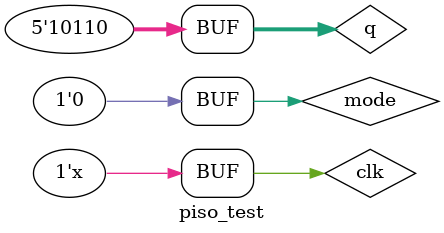
<source format=v>
module piso(qin, clk, mode, serial_output);
  input [3:0] qin;
  input clk, mode;
  output reg serial_output;
  reg [3:0] q;
  always @(posedge clk)
  begin
    if (mode) q<=qin;
    else begin
    serial_output<=q[4];
    q[4]<=q[3];
    q[3]<=q[2];
    q[2]<=q[1];
    q[1]<=q[0];
    end
  end
endmodule

module piso_test;
  reg [4:0] q;
  reg clk,mode;
  wire serial_output;
  
  piso s1(q,clk,mode,serial_output);
  
  initial
  begin
    mode =1;
    q = 5'b10110;
    clk = 0;    
    
    #20 mode =0;   
    
  end
  
  always #5 clk = ~clk;
endmodule  
      

</source>
